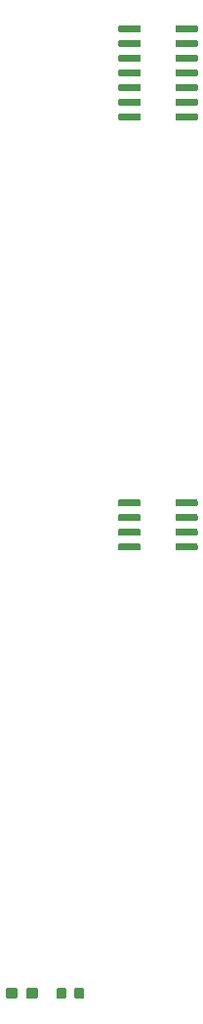
<source format=gtp>
G04 #@! TF.GenerationSoftware,KiCad,Pcbnew,(5.1.4)-1*
G04 #@! TF.CreationDate,2020-09-21T14:40:53+02:00*
G04 #@! TF.ProjectId,triggerbox,74726967-6765-4726-926f-782e6b696361,rev?*
G04 #@! TF.SameCoordinates,Original*
G04 #@! TF.FileFunction,Paste,Top*
G04 #@! TF.FilePolarity,Positive*
%FSLAX46Y46*%
G04 Gerber Fmt 4.6, Leading zero omitted, Abs format (unit mm)*
G04 Created by KiCad (PCBNEW (5.1.4)-1) date 2020-09-21 14:40:53*
%MOMM*%
%LPD*%
G04 APERTURE LIST*
%ADD10C,0.150000*%
%ADD11C,0.600000*%
%ADD12C,0.875000*%
%ADD13C,0.950000*%
G04 APERTURE END LIST*
D10*
G36*
X75814703Y-109195722D02*
G01*
X75829264Y-109197882D01*
X75843543Y-109201459D01*
X75857403Y-109206418D01*
X75870710Y-109212712D01*
X75883336Y-109220280D01*
X75895159Y-109229048D01*
X75906066Y-109238934D01*
X75915952Y-109249841D01*
X75924720Y-109261664D01*
X75932288Y-109274290D01*
X75938582Y-109287597D01*
X75943541Y-109301457D01*
X75947118Y-109315736D01*
X75949278Y-109330297D01*
X75950000Y-109345000D01*
X75950000Y-109645000D01*
X75949278Y-109659703D01*
X75947118Y-109674264D01*
X75943541Y-109688543D01*
X75938582Y-109702403D01*
X75932288Y-109715710D01*
X75924720Y-109728336D01*
X75915952Y-109740159D01*
X75906066Y-109751066D01*
X75895159Y-109760952D01*
X75883336Y-109769720D01*
X75870710Y-109777288D01*
X75857403Y-109783582D01*
X75843543Y-109788541D01*
X75829264Y-109792118D01*
X75814703Y-109794278D01*
X75800000Y-109795000D01*
X74150000Y-109795000D01*
X74135297Y-109794278D01*
X74120736Y-109792118D01*
X74106457Y-109788541D01*
X74092597Y-109783582D01*
X74079290Y-109777288D01*
X74066664Y-109769720D01*
X74054841Y-109760952D01*
X74043934Y-109751066D01*
X74034048Y-109740159D01*
X74025280Y-109728336D01*
X74017712Y-109715710D01*
X74011418Y-109702403D01*
X74006459Y-109688543D01*
X74002882Y-109674264D01*
X74000722Y-109659703D01*
X74000000Y-109645000D01*
X74000000Y-109345000D01*
X74000722Y-109330297D01*
X74002882Y-109315736D01*
X74006459Y-109301457D01*
X74011418Y-109287597D01*
X74017712Y-109274290D01*
X74025280Y-109261664D01*
X74034048Y-109249841D01*
X74043934Y-109238934D01*
X74054841Y-109229048D01*
X74066664Y-109220280D01*
X74079290Y-109212712D01*
X74092597Y-109206418D01*
X74106457Y-109201459D01*
X74120736Y-109197882D01*
X74135297Y-109195722D01*
X74150000Y-109195000D01*
X75800000Y-109195000D01*
X75814703Y-109195722D01*
X75814703Y-109195722D01*
G37*
D11*
X74975000Y-109495000D03*
D10*
G36*
X75814703Y-110465722D02*
G01*
X75829264Y-110467882D01*
X75843543Y-110471459D01*
X75857403Y-110476418D01*
X75870710Y-110482712D01*
X75883336Y-110490280D01*
X75895159Y-110499048D01*
X75906066Y-110508934D01*
X75915952Y-110519841D01*
X75924720Y-110531664D01*
X75932288Y-110544290D01*
X75938582Y-110557597D01*
X75943541Y-110571457D01*
X75947118Y-110585736D01*
X75949278Y-110600297D01*
X75950000Y-110615000D01*
X75950000Y-110915000D01*
X75949278Y-110929703D01*
X75947118Y-110944264D01*
X75943541Y-110958543D01*
X75938582Y-110972403D01*
X75932288Y-110985710D01*
X75924720Y-110998336D01*
X75915952Y-111010159D01*
X75906066Y-111021066D01*
X75895159Y-111030952D01*
X75883336Y-111039720D01*
X75870710Y-111047288D01*
X75857403Y-111053582D01*
X75843543Y-111058541D01*
X75829264Y-111062118D01*
X75814703Y-111064278D01*
X75800000Y-111065000D01*
X74150000Y-111065000D01*
X74135297Y-111064278D01*
X74120736Y-111062118D01*
X74106457Y-111058541D01*
X74092597Y-111053582D01*
X74079290Y-111047288D01*
X74066664Y-111039720D01*
X74054841Y-111030952D01*
X74043934Y-111021066D01*
X74034048Y-111010159D01*
X74025280Y-110998336D01*
X74017712Y-110985710D01*
X74011418Y-110972403D01*
X74006459Y-110958543D01*
X74002882Y-110944264D01*
X74000722Y-110929703D01*
X74000000Y-110915000D01*
X74000000Y-110615000D01*
X74000722Y-110600297D01*
X74002882Y-110585736D01*
X74006459Y-110571457D01*
X74011418Y-110557597D01*
X74017712Y-110544290D01*
X74025280Y-110531664D01*
X74034048Y-110519841D01*
X74043934Y-110508934D01*
X74054841Y-110499048D01*
X74066664Y-110490280D01*
X74079290Y-110482712D01*
X74092597Y-110476418D01*
X74106457Y-110471459D01*
X74120736Y-110467882D01*
X74135297Y-110465722D01*
X74150000Y-110465000D01*
X75800000Y-110465000D01*
X75814703Y-110465722D01*
X75814703Y-110465722D01*
G37*
D11*
X74975000Y-110765000D03*
D10*
G36*
X75814703Y-111735722D02*
G01*
X75829264Y-111737882D01*
X75843543Y-111741459D01*
X75857403Y-111746418D01*
X75870710Y-111752712D01*
X75883336Y-111760280D01*
X75895159Y-111769048D01*
X75906066Y-111778934D01*
X75915952Y-111789841D01*
X75924720Y-111801664D01*
X75932288Y-111814290D01*
X75938582Y-111827597D01*
X75943541Y-111841457D01*
X75947118Y-111855736D01*
X75949278Y-111870297D01*
X75950000Y-111885000D01*
X75950000Y-112185000D01*
X75949278Y-112199703D01*
X75947118Y-112214264D01*
X75943541Y-112228543D01*
X75938582Y-112242403D01*
X75932288Y-112255710D01*
X75924720Y-112268336D01*
X75915952Y-112280159D01*
X75906066Y-112291066D01*
X75895159Y-112300952D01*
X75883336Y-112309720D01*
X75870710Y-112317288D01*
X75857403Y-112323582D01*
X75843543Y-112328541D01*
X75829264Y-112332118D01*
X75814703Y-112334278D01*
X75800000Y-112335000D01*
X74150000Y-112335000D01*
X74135297Y-112334278D01*
X74120736Y-112332118D01*
X74106457Y-112328541D01*
X74092597Y-112323582D01*
X74079290Y-112317288D01*
X74066664Y-112309720D01*
X74054841Y-112300952D01*
X74043934Y-112291066D01*
X74034048Y-112280159D01*
X74025280Y-112268336D01*
X74017712Y-112255710D01*
X74011418Y-112242403D01*
X74006459Y-112228543D01*
X74002882Y-112214264D01*
X74000722Y-112199703D01*
X74000000Y-112185000D01*
X74000000Y-111885000D01*
X74000722Y-111870297D01*
X74002882Y-111855736D01*
X74006459Y-111841457D01*
X74011418Y-111827597D01*
X74017712Y-111814290D01*
X74025280Y-111801664D01*
X74034048Y-111789841D01*
X74043934Y-111778934D01*
X74054841Y-111769048D01*
X74066664Y-111760280D01*
X74079290Y-111752712D01*
X74092597Y-111746418D01*
X74106457Y-111741459D01*
X74120736Y-111737882D01*
X74135297Y-111735722D01*
X74150000Y-111735000D01*
X75800000Y-111735000D01*
X75814703Y-111735722D01*
X75814703Y-111735722D01*
G37*
D11*
X74975000Y-112035000D03*
D10*
G36*
X75814703Y-113005722D02*
G01*
X75829264Y-113007882D01*
X75843543Y-113011459D01*
X75857403Y-113016418D01*
X75870710Y-113022712D01*
X75883336Y-113030280D01*
X75895159Y-113039048D01*
X75906066Y-113048934D01*
X75915952Y-113059841D01*
X75924720Y-113071664D01*
X75932288Y-113084290D01*
X75938582Y-113097597D01*
X75943541Y-113111457D01*
X75947118Y-113125736D01*
X75949278Y-113140297D01*
X75950000Y-113155000D01*
X75950000Y-113455000D01*
X75949278Y-113469703D01*
X75947118Y-113484264D01*
X75943541Y-113498543D01*
X75938582Y-113512403D01*
X75932288Y-113525710D01*
X75924720Y-113538336D01*
X75915952Y-113550159D01*
X75906066Y-113561066D01*
X75895159Y-113570952D01*
X75883336Y-113579720D01*
X75870710Y-113587288D01*
X75857403Y-113593582D01*
X75843543Y-113598541D01*
X75829264Y-113602118D01*
X75814703Y-113604278D01*
X75800000Y-113605000D01*
X74150000Y-113605000D01*
X74135297Y-113604278D01*
X74120736Y-113602118D01*
X74106457Y-113598541D01*
X74092597Y-113593582D01*
X74079290Y-113587288D01*
X74066664Y-113579720D01*
X74054841Y-113570952D01*
X74043934Y-113561066D01*
X74034048Y-113550159D01*
X74025280Y-113538336D01*
X74017712Y-113525710D01*
X74011418Y-113512403D01*
X74006459Y-113498543D01*
X74002882Y-113484264D01*
X74000722Y-113469703D01*
X74000000Y-113455000D01*
X74000000Y-113155000D01*
X74000722Y-113140297D01*
X74002882Y-113125736D01*
X74006459Y-113111457D01*
X74011418Y-113097597D01*
X74017712Y-113084290D01*
X74025280Y-113071664D01*
X74034048Y-113059841D01*
X74043934Y-113048934D01*
X74054841Y-113039048D01*
X74066664Y-113030280D01*
X74079290Y-113022712D01*
X74092597Y-113016418D01*
X74106457Y-113011459D01*
X74120736Y-113007882D01*
X74135297Y-113005722D01*
X74150000Y-113005000D01*
X75800000Y-113005000D01*
X75814703Y-113005722D01*
X75814703Y-113005722D01*
G37*
D11*
X74975000Y-113305000D03*
D10*
G36*
X70864703Y-113005722D02*
G01*
X70879264Y-113007882D01*
X70893543Y-113011459D01*
X70907403Y-113016418D01*
X70920710Y-113022712D01*
X70933336Y-113030280D01*
X70945159Y-113039048D01*
X70956066Y-113048934D01*
X70965952Y-113059841D01*
X70974720Y-113071664D01*
X70982288Y-113084290D01*
X70988582Y-113097597D01*
X70993541Y-113111457D01*
X70997118Y-113125736D01*
X70999278Y-113140297D01*
X71000000Y-113155000D01*
X71000000Y-113455000D01*
X70999278Y-113469703D01*
X70997118Y-113484264D01*
X70993541Y-113498543D01*
X70988582Y-113512403D01*
X70982288Y-113525710D01*
X70974720Y-113538336D01*
X70965952Y-113550159D01*
X70956066Y-113561066D01*
X70945159Y-113570952D01*
X70933336Y-113579720D01*
X70920710Y-113587288D01*
X70907403Y-113593582D01*
X70893543Y-113598541D01*
X70879264Y-113602118D01*
X70864703Y-113604278D01*
X70850000Y-113605000D01*
X69200000Y-113605000D01*
X69185297Y-113604278D01*
X69170736Y-113602118D01*
X69156457Y-113598541D01*
X69142597Y-113593582D01*
X69129290Y-113587288D01*
X69116664Y-113579720D01*
X69104841Y-113570952D01*
X69093934Y-113561066D01*
X69084048Y-113550159D01*
X69075280Y-113538336D01*
X69067712Y-113525710D01*
X69061418Y-113512403D01*
X69056459Y-113498543D01*
X69052882Y-113484264D01*
X69050722Y-113469703D01*
X69050000Y-113455000D01*
X69050000Y-113155000D01*
X69050722Y-113140297D01*
X69052882Y-113125736D01*
X69056459Y-113111457D01*
X69061418Y-113097597D01*
X69067712Y-113084290D01*
X69075280Y-113071664D01*
X69084048Y-113059841D01*
X69093934Y-113048934D01*
X69104841Y-113039048D01*
X69116664Y-113030280D01*
X69129290Y-113022712D01*
X69142597Y-113016418D01*
X69156457Y-113011459D01*
X69170736Y-113007882D01*
X69185297Y-113005722D01*
X69200000Y-113005000D01*
X70850000Y-113005000D01*
X70864703Y-113005722D01*
X70864703Y-113005722D01*
G37*
D11*
X70025000Y-113305000D03*
D10*
G36*
X70864703Y-111735722D02*
G01*
X70879264Y-111737882D01*
X70893543Y-111741459D01*
X70907403Y-111746418D01*
X70920710Y-111752712D01*
X70933336Y-111760280D01*
X70945159Y-111769048D01*
X70956066Y-111778934D01*
X70965952Y-111789841D01*
X70974720Y-111801664D01*
X70982288Y-111814290D01*
X70988582Y-111827597D01*
X70993541Y-111841457D01*
X70997118Y-111855736D01*
X70999278Y-111870297D01*
X71000000Y-111885000D01*
X71000000Y-112185000D01*
X70999278Y-112199703D01*
X70997118Y-112214264D01*
X70993541Y-112228543D01*
X70988582Y-112242403D01*
X70982288Y-112255710D01*
X70974720Y-112268336D01*
X70965952Y-112280159D01*
X70956066Y-112291066D01*
X70945159Y-112300952D01*
X70933336Y-112309720D01*
X70920710Y-112317288D01*
X70907403Y-112323582D01*
X70893543Y-112328541D01*
X70879264Y-112332118D01*
X70864703Y-112334278D01*
X70850000Y-112335000D01*
X69200000Y-112335000D01*
X69185297Y-112334278D01*
X69170736Y-112332118D01*
X69156457Y-112328541D01*
X69142597Y-112323582D01*
X69129290Y-112317288D01*
X69116664Y-112309720D01*
X69104841Y-112300952D01*
X69093934Y-112291066D01*
X69084048Y-112280159D01*
X69075280Y-112268336D01*
X69067712Y-112255710D01*
X69061418Y-112242403D01*
X69056459Y-112228543D01*
X69052882Y-112214264D01*
X69050722Y-112199703D01*
X69050000Y-112185000D01*
X69050000Y-111885000D01*
X69050722Y-111870297D01*
X69052882Y-111855736D01*
X69056459Y-111841457D01*
X69061418Y-111827597D01*
X69067712Y-111814290D01*
X69075280Y-111801664D01*
X69084048Y-111789841D01*
X69093934Y-111778934D01*
X69104841Y-111769048D01*
X69116664Y-111760280D01*
X69129290Y-111752712D01*
X69142597Y-111746418D01*
X69156457Y-111741459D01*
X69170736Y-111737882D01*
X69185297Y-111735722D01*
X69200000Y-111735000D01*
X70850000Y-111735000D01*
X70864703Y-111735722D01*
X70864703Y-111735722D01*
G37*
D11*
X70025000Y-112035000D03*
D10*
G36*
X70864703Y-110465722D02*
G01*
X70879264Y-110467882D01*
X70893543Y-110471459D01*
X70907403Y-110476418D01*
X70920710Y-110482712D01*
X70933336Y-110490280D01*
X70945159Y-110499048D01*
X70956066Y-110508934D01*
X70965952Y-110519841D01*
X70974720Y-110531664D01*
X70982288Y-110544290D01*
X70988582Y-110557597D01*
X70993541Y-110571457D01*
X70997118Y-110585736D01*
X70999278Y-110600297D01*
X71000000Y-110615000D01*
X71000000Y-110915000D01*
X70999278Y-110929703D01*
X70997118Y-110944264D01*
X70993541Y-110958543D01*
X70988582Y-110972403D01*
X70982288Y-110985710D01*
X70974720Y-110998336D01*
X70965952Y-111010159D01*
X70956066Y-111021066D01*
X70945159Y-111030952D01*
X70933336Y-111039720D01*
X70920710Y-111047288D01*
X70907403Y-111053582D01*
X70893543Y-111058541D01*
X70879264Y-111062118D01*
X70864703Y-111064278D01*
X70850000Y-111065000D01*
X69200000Y-111065000D01*
X69185297Y-111064278D01*
X69170736Y-111062118D01*
X69156457Y-111058541D01*
X69142597Y-111053582D01*
X69129290Y-111047288D01*
X69116664Y-111039720D01*
X69104841Y-111030952D01*
X69093934Y-111021066D01*
X69084048Y-111010159D01*
X69075280Y-110998336D01*
X69067712Y-110985710D01*
X69061418Y-110972403D01*
X69056459Y-110958543D01*
X69052882Y-110944264D01*
X69050722Y-110929703D01*
X69050000Y-110915000D01*
X69050000Y-110615000D01*
X69050722Y-110600297D01*
X69052882Y-110585736D01*
X69056459Y-110571457D01*
X69061418Y-110557597D01*
X69067712Y-110544290D01*
X69075280Y-110531664D01*
X69084048Y-110519841D01*
X69093934Y-110508934D01*
X69104841Y-110499048D01*
X69116664Y-110490280D01*
X69129290Y-110482712D01*
X69142597Y-110476418D01*
X69156457Y-110471459D01*
X69170736Y-110467882D01*
X69185297Y-110465722D01*
X69200000Y-110465000D01*
X70850000Y-110465000D01*
X70864703Y-110465722D01*
X70864703Y-110465722D01*
G37*
D11*
X70025000Y-110765000D03*
D10*
G36*
X70864703Y-109195722D02*
G01*
X70879264Y-109197882D01*
X70893543Y-109201459D01*
X70907403Y-109206418D01*
X70920710Y-109212712D01*
X70933336Y-109220280D01*
X70945159Y-109229048D01*
X70956066Y-109238934D01*
X70965952Y-109249841D01*
X70974720Y-109261664D01*
X70982288Y-109274290D01*
X70988582Y-109287597D01*
X70993541Y-109301457D01*
X70997118Y-109315736D01*
X70999278Y-109330297D01*
X71000000Y-109345000D01*
X71000000Y-109645000D01*
X70999278Y-109659703D01*
X70997118Y-109674264D01*
X70993541Y-109688543D01*
X70988582Y-109702403D01*
X70982288Y-109715710D01*
X70974720Y-109728336D01*
X70965952Y-109740159D01*
X70956066Y-109751066D01*
X70945159Y-109760952D01*
X70933336Y-109769720D01*
X70920710Y-109777288D01*
X70907403Y-109783582D01*
X70893543Y-109788541D01*
X70879264Y-109792118D01*
X70864703Y-109794278D01*
X70850000Y-109795000D01*
X69200000Y-109795000D01*
X69185297Y-109794278D01*
X69170736Y-109792118D01*
X69156457Y-109788541D01*
X69142597Y-109783582D01*
X69129290Y-109777288D01*
X69116664Y-109769720D01*
X69104841Y-109760952D01*
X69093934Y-109751066D01*
X69084048Y-109740159D01*
X69075280Y-109728336D01*
X69067712Y-109715710D01*
X69061418Y-109702403D01*
X69056459Y-109688543D01*
X69052882Y-109674264D01*
X69050722Y-109659703D01*
X69050000Y-109645000D01*
X69050000Y-109345000D01*
X69050722Y-109330297D01*
X69052882Y-109315736D01*
X69056459Y-109301457D01*
X69061418Y-109287597D01*
X69067712Y-109274290D01*
X69075280Y-109261664D01*
X69084048Y-109249841D01*
X69093934Y-109238934D01*
X69104841Y-109229048D01*
X69116664Y-109220280D01*
X69129290Y-109212712D01*
X69142597Y-109206418D01*
X69156457Y-109201459D01*
X69170736Y-109197882D01*
X69185297Y-109195722D01*
X69200000Y-109195000D01*
X70850000Y-109195000D01*
X70864703Y-109195722D01*
X70864703Y-109195722D01*
G37*
D11*
X70025000Y-109495000D03*
D10*
G36*
X75814703Y-75810722D02*
G01*
X75829264Y-75812882D01*
X75843543Y-75816459D01*
X75857403Y-75821418D01*
X75870710Y-75827712D01*
X75883336Y-75835280D01*
X75895159Y-75844048D01*
X75906066Y-75853934D01*
X75915952Y-75864841D01*
X75924720Y-75876664D01*
X75932288Y-75889290D01*
X75938582Y-75902597D01*
X75943541Y-75916457D01*
X75947118Y-75930736D01*
X75949278Y-75945297D01*
X75950000Y-75960000D01*
X75950000Y-76260000D01*
X75949278Y-76274703D01*
X75947118Y-76289264D01*
X75943541Y-76303543D01*
X75938582Y-76317403D01*
X75932288Y-76330710D01*
X75924720Y-76343336D01*
X75915952Y-76355159D01*
X75906066Y-76366066D01*
X75895159Y-76375952D01*
X75883336Y-76384720D01*
X75870710Y-76392288D01*
X75857403Y-76398582D01*
X75843543Y-76403541D01*
X75829264Y-76407118D01*
X75814703Y-76409278D01*
X75800000Y-76410000D01*
X74150000Y-76410000D01*
X74135297Y-76409278D01*
X74120736Y-76407118D01*
X74106457Y-76403541D01*
X74092597Y-76398582D01*
X74079290Y-76392288D01*
X74066664Y-76384720D01*
X74054841Y-76375952D01*
X74043934Y-76366066D01*
X74034048Y-76355159D01*
X74025280Y-76343336D01*
X74017712Y-76330710D01*
X74011418Y-76317403D01*
X74006459Y-76303543D01*
X74002882Y-76289264D01*
X74000722Y-76274703D01*
X74000000Y-76260000D01*
X74000000Y-75960000D01*
X74000722Y-75945297D01*
X74002882Y-75930736D01*
X74006459Y-75916457D01*
X74011418Y-75902597D01*
X74017712Y-75889290D01*
X74025280Y-75876664D01*
X74034048Y-75864841D01*
X74043934Y-75853934D01*
X74054841Y-75844048D01*
X74066664Y-75835280D01*
X74079290Y-75827712D01*
X74092597Y-75821418D01*
X74106457Y-75816459D01*
X74120736Y-75812882D01*
X74135297Y-75810722D01*
X74150000Y-75810000D01*
X75800000Y-75810000D01*
X75814703Y-75810722D01*
X75814703Y-75810722D01*
G37*
D11*
X74975000Y-76110000D03*
D10*
G36*
X75814703Y-74540722D02*
G01*
X75829264Y-74542882D01*
X75843543Y-74546459D01*
X75857403Y-74551418D01*
X75870710Y-74557712D01*
X75883336Y-74565280D01*
X75895159Y-74574048D01*
X75906066Y-74583934D01*
X75915952Y-74594841D01*
X75924720Y-74606664D01*
X75932288Y-74619290D01*
X75938582Y-74632597D01*
X75943541Y-74646457D01*
X75947118Y-74660736D01*
X75949278Y-74675297D01*
X75950000Y-74690000D01*
X75950000Y-74990000D01*
X75949278Y-75004703D01*
X75947118Y-75019264D01*
X75943541Y-75033543D01*
X75938582Y-75047403D01*
X75932288Y-75060710D01*
X75924720Y-75073336D01*
X75915952Y-75085159D01*
X75906066Y-75096066D01*
X75895159Y-75105952D01*
X75883336Y-75114720D01*
X75870710Y-75122288D01*
X75857403Y-75128582D01*
X75843543Y-75133541D01*
X75829264Y-75137118D01*
X75814703Y-75139278D01*
X75800000Y-75140000D01*
X74150000Y-75140000D01*
X74135297Y-75139278D01*
X74120736Y-75137118D01*
X74106457Y-75133541D01*
X74092597Y-75128582D01*
X74079290Y-75122288D01*
X74066664Y-75114720D01*
X74054841Y-75105952D01*
X74043934Y-75096066D01*
X74034048Y-75085159D01*
X74025280Y-75073336D01*
X74017712Y-75060710D01*
X74011418Y-75047403D01*
X74006459Y-75033543D01*
X74002882Y-75019264D01*
X74000722Y-75004703D01*
X74000000Y-74990000D01*
X74000000Y-74690000D01*
X74000722Y-74675297D01*
X74002882Y-74660736D01*
X74006459Y-74646457D01*
X74011418Y-74632597D01*
X74017712Y-74619290D01*
X74025280Y-74606664D01*
X74034048Y-74594841D01*
X74043934Y-74583934D01*
X74054841Y-74574048D01*
X74066664Y-74565280D01*
X74079290Y-74557712D01*
X74092597Y-74551418D01*
X74106457Y-74546459D01*
X74120736Y-74542882D01*
X74135297Y-74540722D01*
X74150000Y-74540000D01*
X75800000Y-74540000D01*
X75814703Y-74540722D01*
X75814703Y-74540722D01*
G37*
D11*
X74975000Y-74840000D03*
D10*
G36*
X75814703Y-73270722D02*
G01*
X75829264Y-73272882D01*
X75843543Y-73276459D01*
X75857403Y-73281418D01*
X75870710Y-73287712D01*
X75883336Y-73295280D01*
X75895159Y-73304048D01*
X75906066Y-73313934D01*
X75915952Y-73324841D01*
X75924720Y-73336664D01*
X75932288Y-73349290D01*
X75938582Y-73362597D01*
X75943541Y-73376457D01*
X75947118Y-73390736D01*
X75949278Y-73405297D01*
X75950000Y-73420000D01*
X75950000Y-73720000D01*
X75949278Y-73734703D01*
X75947118Y-73749264D01*
X75943541Y-73763543D01*
X75938582Y-73777403D01*
X75932288Y-73790710D01*
X75924720Y-73803336D01*
X75915952Y-73815159D01*
X75906066Y-73826066D01*
X75895159Y-73835952D01*
X75883336Y-73844720D01*
X75870710Y-73852288D01*
X75857403Y-73858582D01*
X75843543Y-73863541D01*
X75829264Y-73867118D01*
X75814703Y-73869278D01*
X75800000Y-73870000D01*
X74150000Y-73870000D01*
X74135297Y-73869278D01*
X74120736Y-73867118D01*
X74106457Y-73863541D01*
X74092597Y-73858582D01*
X74079290Y-73852288D01*
X74066664Y-73844720D01*
X74054841Y-73835952D01*
X74043934Y-73826066D01*
X74034048Y-73815159D01*
X74025280Y-73803336D01*
X74017712Y-73790710D01*
X74011418Y-73777403D01*
X74006459Y-73763543D01*
X74002882Y-73749264D01*
X74000722Y-73734703D01*
X74000000Y-73720000D01*
X74000000Y-73420000D01*
X74000722Y-73405297D01*
X74002882Y-73390736D01*
X74006459Y-73376457D01*
X74011418Y-73362597D01*
X74017712Y-73349290D01*
X74025280Y-73336664D01*
X74034048Y-73324841D01*
X74043934Y-73313934D01*
X74054841Y-73304048D01*
X74066664Y-73295280D01*
X74079290Y-73287712D01*
X74092597Y-73281418D01*
X74106457Y-73276459D01*
X74120736Y-73272882D01*
X74135297Y-73270722D01*
X74150000Y-73270000D01*
X75800000Y-73270000D01*
X75814703Y-73270722D01*
X75814703Y-73270722D01*
G37*
D11*
X74975000Y-73570000D03*
D10*
G36*
X75814703Y-72000722D02*
G01*
X75829264Y-72002882D01*
X75843543Y-72006459D01*
X75857403Y-72011418D01*
X75870710Y-72017712D01*
X75883336Y-72025280D01*
X75895159Y-72034048D01*
X75906066Y-72043934D01*
X75915952Y-72054841D01*
X75924720Y-72066664D01*
X75932288Y-72079290D01*
X75938582Y-72092597D01*
X75943541Y-72106457D01*
X75947118Y-72120736D01*
X75949278Y-72135297D01*
X75950000Y-72150000D01*
X75950000Y-72450000D01*
X75949278Y-72464703D01*
X75947118Y-72479264D01*
X75943541Y-72493543D01*
X75938582Y-72507403D01*
X75932288Y-72520710D01*
X75924720Y-72533336D01*
X75915952Y-72545159D01*
X75906066Y-72556066D01*
X75895159Y-72565952D01*
X75883336Y-72574720D01*
X75870710Y-72582288D01*
X75857403Y-72588582D01*
X75843543Y-72593541D01*
X75829264Y-72597118D01*
X75814703Y-72599278D01*
X75800000Y-72600000D01*
X74150000Y-72600000D01*
X74135297Y-72599278D01*
X74120736Y-72597118D01*
X74106457Y-72593541D01*
X74092597Y-72588582D01*
X74079290Y-72582288D01*
X74066664Y-72574720D01*
X74054841Y-72565952D01*
X74043934Y-72556066D01*
X74034048Y-72545159D01*
X74025280Y-72533336D01*
X74017712Y-72520710D01*
X74011418Y-72507403D01*
X74006459Y-72493543D01*
X74002882Y-72479264D01*
X74000722Y-72464703D01*
X74000000Y-72450000D01*
X74000000Y-72150000D01*
X74000722Y-72135297D01*
X74002882Y-72120736D01*
X74006459Y-72106457D01*
X74011418Y-72092597D01*
X74017712Y-72079290D01*
X74025280Y-72066664D01*
X74034048Y-72054841D01*
X74043934Y-72043934D01*
X74054841Y-72034048D01*
X74066664Y-72025280D01*
X74079290Y-72017712D01*
X74092597Y-72011418D01*
X74106457Y-72006459D01*
X74120736Y-72002882D01*
X74135297Y-72000722D01*
X74150000Y-72000000D01*
X75800000Y-72000000D01*
X75814703Y-72000722D01*
X75814703Y-72000722D01*
G37*
D11*
X74975000Y-72300000D03*
D10*
G36*
X75814703Y-70730722D02*
G01*
X75829264Y-70732882D01*
X75843543Y-70736459D01*
X75857403Y-70741418D01*
X75870710Y-70747712D01*
X75883336Y-70755280D01*
X75895159Y-70764048D01*
X75906066Y-70773934D01*
X75915952Y-70784841D01*
X75924720Y-70796664D01*
X75932288Y-70809290D01*
X75938582Y-70822597D01*
X75943541Y-70836457D01*
X75947118Y-70850736D01*
X75949278Y-70865297D01*
X75950000Y-70880000D01*
X75950000Y-71180000D01*
X75949278Y-71194703D01*
X75947118Y-71209264D01*
X75943541Y-71223543D01*
X75938582Y-71237403D01*
X75932288Y-71250710D01*
X75924720Y-71263336D01*
X75915952Y-71275159D01*
X75906066Y-71286066D01*
X75895159Y-71295952D01*
X75883336Y-71304720D01*
X75870710Y-71312288D01*
X75857403Y-71318582D01*
X75843543Y-71323541D01*
X75829264Y-71327118D01*
X75814703Y-71329278D01*
X75800000Y-71330000D01*
X74150000Y-71330000D01*
X74135297Y-71329278D01*
X74120736Y-71327118D01*
X74106457Y-71323541D01*
X74092597Y-71318582D01*
X74079290Y-71312288D01*
X74066664Y-71304720D01*
X74054841Y-71295952D01*
X74043934Y-71286066D01*
X74034048Y-71275159D01*
X74025280Y-71263336D01*
X74017712Y-71250710D01*
X74011418Y-71237403D01*
X74006459Y-71223543D01*
X74002882Y-71209264D01*
X74000722Y-71194703D01*
X74000000Y-71180000D01*
X74000000Y-70880000D01*
X74000722Y-70865297D01*
X74002882Y-70850736D01*
X74006459Y-70836457D01*
X74011418Y-70822597D01*
X74017712Y-70809290D01*
X74025280Y-70796664D01*
X74034048Y-70784841D01*
X74043934Y-70773934D01*
X74054841Y-70764048D01*
X74066664Y-70755280D01*
X74079290Y-70747712D01*
X74092597Y-70741418D01*
X74106457Y-70736459D01*
X74120736Y-70732882D01*
X74135297Y-70730722D01*
X74150000Y-70730000D01*
X75800000Y-70730000D01*
X75814703Y-70730722D01*
X75814703Y-70730722D01*
G37*
D11*
X74975000Y-71030000D03*
D10*
G36*
X75814703Y-69460722D02*
G01*
X75829264Y-69462882D01*
X75843543Y-69466459D01*
X75857403Y-69471418D01*
X75870710Y-69477712D01*
X75883336Y-69485280D01*
X75895159Y-69494048D01*
X75906066Y-69503934D01*
X75915952Y-69514841D01*
X75924720Y-69526664D01*
X75932288Y-69539290D01*
X75938582Y-69552597D01*
X75943541Y-69566457D01*
X75947118Y-69580736D01*
X75949278Y-69595297D01*
X75950000Y-69610000D01*
X75950000Y-69910000D01*
X75949278Y-69924703D01*
X75947118Y-69939264D01*
X75943541Y-69953543D01*
X75938582Y-69967403D01*
X75932288Y-69980710D01*
X75924720Y-69993336D01*
X75915952Y-70005159D01*
X75906066Y-70016066D01*
X75895159Y-70025952D01*
X75883336Y-70034720D01*
X75870710Y-70042288D01*
X75857403Y-70048582D01*
X75843543Y-70053541D01*
X75829264Y-70057118D01*
X75814703Y-70059278D01*
X75800000Y-70060000D01*
X74150000Y-70060000D01*
X74135297Y-70059278D01*
X74120736Y-70057118D01*
X74106457Y-70053541D01*
X74092597Y-70048582D01*
X74079290Y-70042288D01*
X74066664Y-70034720D01*
X74054841Y-70025952D01*
X74043934Y-70016066D01*
X74034048Y-70005159D01*
X74025280Y-69993336D01*
X74017712Y-69980710D01*
X74011418Y-69967403D01*
X74006459Y-69953543D01*
X74002882Y-69939264D01*
X74000722Y-69924703D01*
X74000000Y-69910000D01*
X74000000Y-69610000D01*
X74000722Y-69595297D01*
X74002882Y-69580736D01*
X74006459Y-69566457D01*
X74011418Y-69552597D01*
X74017712Y-69539290D01*
X74025280Y-69526664D01*
X74034048Y-69514841D01*
X74043934Y-69503934D01*
X74054841Y-69494048D01*
X74066664Y-69485280D01*
X74079290Y-69477712D01*
X74092597Y-69471418D01*
X74106457Y-69466459D01*
X74120736Y-69462882D01*
X74135297Y-69460722D01*
X74150000Y-69460000D01*
X75800000Y-69460000D01*
X75814703Y-69460722D01*
X75814703Y-69460722D01*
G37*
D11*
X74975000Y-69760000D03*
D10*
G36*
X75814703Y-68190722D02*
G01*
X75829264Y-68192882D01*
X75843543Y-68196459D01*
X75857403Y-68201418D01*
X75870710Y-68207712D01*
X75883336Y-68215280D01*
X75895159Y-68224048D01*
X75906066Y-68233934D01*
X75915952Y-68244841D01*
X75924720Y-68256664D01*
X75932288Y-68269290D01*
X75938582Y-68282597D01*
X75943541Y-68296457D01*
X75947118Y-68310736D01*
X75949278Y-68325297D01*
X75950000Y-68340000D01*
X75950000Y-68640000D01*
X75949278Y-68654703D01*
X75947118Y-68669264D01*
X75943541Y-68683543D01*
X75938582Y-68697403D01*
X75932288Y-68710710D01*
X75924720Y-68723336D01*
X75915952Y-68735159D01*
X75906066Y-68746066D01*
X75895159Y-68755952D01*
X75883336Y-68764720D01*
X75870710Y-68772288D01*
X75857403Y-68778582D01*
X75843543Y-68783541D01*
X75829264Y-68787118D01*
X75814703Y-68789278D01*
X75800000Y-68790000D01*
X74150000Y-68790000D01*
X74135297Y-68789278D01*
X74120736Y-68787118D01*
X74106457Y-68783541D01*
X74092597Y-68778582D01*
X74079290Y-68772288D01*
X74066664Y-68764720D01*
X74054841Y-68755952D01*
X74043934Y-68746066D01*
X74034048Y-68735159D01*
X74025280Y-68723336D01*
X74017712Y-68710710D01*
X74011418Y-68697403D01*
X74006459Y-68683543D01*
X74002882Y-68669264D01*
X74000722Y-68654703D01*
X74000000Y-68640000D01*
X74000000Y-68340000D01*
X74000722Y-68325297D01*
X74002882Y-68310736D01*
X74006459Y-68296457D01*
X74011418Y-68282597D01*
X74017712Y-68269290D01*
X74025280Y-68256664D01*
X74034048Y-68244841D01*
X74043934Y-68233934D01*
X74054841Y-68224048D01*
X74066664Y-68215280D01*
X74079290Y-68207712D01*
X74092597Y-68201418D01*
X74106457Y-68196459D01*
X74120736Y-68192882D01*
X74135297Y-68190722D01*
X74150000Y-68190000D01*
X75800000Y-68190000D01*
X75814703Y-68190722D01*
X75814703Y-68190722D01*
G37*
D11*
X74975000Y-68490000D03*
D10*
G36*
X70864703Y-68190722D02*
G01*
X70879264Y-68192882D01*
X70893543Y-68196459D01*
X70907403Y-68201418D01*
X70920710Y-68207712D01*
X70933336Y-68215280D01*
X70945159Y-68224048D01*
X70956066Y-68233934D01*
X70965952Y-68244841D01*
X70974720Y-68256664D01*
X70982288Y-68269290D01*
X70988582Y-68282597D01*
X70993541Y-68296457D01*
X70997118Y-68310736D01*
X70999278Y-68325297D01*
X71000000Y-68340000D01*
X71000000Y-68640000D01*
X70999278Y-68654703D01*
X70997118Y-68669264D01*
X70993541Y-68683543D01*
X70988582Y-68697403D01*
X70982288Y-68710710D01*
X70974720Y-68723336D01*
X70965952Y-68735159D01*
X70956066Y-68746066D01*
X70945159Y-68755952D01*
X70933336Y-68764720D01*
X70920710Y-68772288D01*
X70907403Y-68778582D01*
X70893543Y-68783541D01*
X70879264Y-68787118D01*
X70864703Y-68789278D01*
X70850000Y-68790000D01*
X69200000Y-68790000D01*
X69185297Y-68789278D01*
X69170736Y-68787118D01*
X69156457Y-68783541D01*
X69142597Y-68778582D01*
X69129290Y-68772288D01*
X69116664Y-68764720D01*
X69104841Y-68755952D01*
X69093934Y-68746066D01*
X69084048Y-68735159D01*
X69075280Y-68723336D01*
X69067712Y-68710710D01*
X69061418Y-68697403D01*
X69056459Y-68683543D01*
X69052882Y-68669264D01*
X69050722Y-68654703D01*
X69050000Y-68640000D01*
X69050000Y-68340000D01*
X69050722Y-68325297D01*
X69052882Y-68310736D01*
X69056459Y-68296457D01*
X69061418Y-68282597D01*
X69067712Y-68269290D01*
X69075280Y-68256664D01*
X69084048Y-68244841D01*
X69093934Y-68233934D01*
X69104841Y-68224048D01*
X69116664Y-68215280D01*
X69129290Y-68207712D01*
X69142597Y-68201418D01*
X69156457Y-68196459D01*
X69170736Y-68192882D01*
X69185297Y-68190722D01*
X69200000Y-68190000D01*
X70850000Y-68190000D01*
X70864703Y-68190722D01*
X70864703Y-68190722D01*
G37*
D11*
X70025000Y-68490000D03*
D10*
G36*
X70864703Y-69460722D02*
G01*
X70879264Y-69462882D01*
X70893543Y-69466459D01*
X70907403Y-69471418D01*
X70920710Y-69477712D01*
X70933336Y-69485280D01*
X70945159Y-69494048D01*
X70956066Y-69503934D01*
X70965952Y-69514841D01*
X70974720Y-69526664D01*
X70982288Y-69539290D01*
X70988582Y-69552597D01*
X70993541Y-69566457D01*
X70997118Y-69580736D01*
X70999278Y-69595297D01*
X71000000Y-69610000D01*
X71000000Y-69910000D01*
X70999278Y-69924703D01*
X70997118Y-69939264D01*
X70993541Y-69953543D01*
X70988582Y-69967403D01*
X70982288Y-69980710D01*
X70974720Y-69993336D01*
X70965952Y-70005159D01*
X70956066Y-70016066D01*
X70945159Y-70025952D01*
X70933336Y-70034720D01*
X70920710Y-70042288D01*
X70907403Y-70048582D01*
X70893543Y-70053541D01*
X70879264Y-70057118D01*
X70864703Y-70059278D01*
X70850000Y-70060000D01*
X69200000Y-70060000D01*
X69185297Y-70059278D01*
X69170736Y-70057118D01*
X69156457Y-70053541D01*
X69142597Y-70048582D01*
X69129290Y-70042288D01*
X69116664Y-70034720D01*
X69104841Y-70025952D01*
X69093934Y-70016066D01*
X69084048Y-70005159D01*
X69075280Y-69993336D01*
X69067712Y-69980710D01*
X69061418Y-69967403D01*
X69056459Y-69953543D01*
X69052882Y-69939264D01*
X69050722Y-69924703D01*
X69050000Y-69910000D01*
X69050000Y-69610000D01*
X69050722Y-69595297D01*
X69052882Y-69580736D01*
X69056459Y-69566457D01*
X69061418Y-69552597D01*
X69067712Y-69539290D01*
X69075280Y-69526664D01*
X69084048Y-69514841D01*
X69093934Y-69503934D01*
X69104841Y-69494048D01*
X69116664Y-69485280D01*
X69129290Y-69477712D01*
X69142597Y-69471418D01*
X69156457Y-69466459D01*
X69170736Y-69462882D01*
X69185297Y-69460722D01*
X69200000Y-69460000D01*
X70850000Y-69460000D01*
X70864703Y-69460722D01*
X70864703Y-69460722D01*
G37*
D11*
X70025000Y-69760000D03*
D10*
G36*
X70864703Y-70730722D02*
G01*
X70879264Y-70732882D01*
X70893543Y-70736459D01*
X70907403Y-70741418D01*
X70920710Y-70747712D01*
X70933336Y-70755280D01*
X70945159Y-70764048D01*
X70956066Y-70773934D01*
X70965952Y-70784841D01*
X70974720Y-70796664D01*
X70982288Y-70809290D01*
X70988582Y-70822597D01*
X70993541Y-70836457D01*
X70997118Y-70850736D01*
X70999278Y-70865297D01*
X71000000Y-70880000D01*
X71000000Y-71180000D01*
X70999278Y-71194703D01*
X70997118Y-71209264D01*
X70993541Y-71223543D01*
X70988582Y-71237403D01*
X70982288Y-71250710D01*
X70974720Y-71263336D01*
X70965952Y-71275159D01*
X70956066Y-71286066D01*
X70945159Y-71295952D01*
X70933336Y-71304720D01*
X70920710Y-71312288D01*
X70907403Y-71318582D01*
X70893543Y-71323541D01*
X70879264Y-71327118D01*
X70864703Y-71329278D01*
X70850000Y-71330000D01*
X69200000Y-71330000D01*
X69185297Y-71329278D01*
X69170736Y-71327118D01*
X69156457Y-71323541D01*
X69142597Y-71318582D01*
X69129290Y-71312288D01*
X69116664Y-71304720D01*
X69104841Y-71295952D01*
X69093934Y-71286066D01*
X69084048Y-71275159D01*
X69075280Y-71263336D01*
X69067712Y-71250710D01*
X69061418Y-71237403D01*
X69056459Y-71223543D01*
X69052882Y-71209264D01*
X69050722Y-71194703D01*
X69050000Y-71180000D01*
X69050000Y-70880000D01*
X69050722Y-70865297D01*
X69052882Y-70850736D01*
X69056459Y-70836457D01*
X69061418Y-70822597D01*
X69067712Y-70809290D01*
X69075280Y-70796664D01*
X69084048Y-70784841D01*
X69093934Y-70773934D01*
X69104841Y-70764048D01*
X69116664Y-70755280D01*
X69129290Y-70747712D01*
X69142597Y-70741418D01*
X69156457Y-70736459D01*
X69170736Y-70732882D01*
X69185297Y-70730722D01*
X69200000Y-70730000D01*
X70850000Y-70730000D01*
X70864703Y-70730722D01*
X70864703Y-70730722D01*
G37*
D11*
X70025000Y-71030000D03*
D10*
G36*
X70864703Y-72000722D02*
G01*
X70879264Y-72002882D01*
X70893543Y-72006459D01*
X70907403Y-72011418D01*
X70920710Y-72017712D01*
X70933336Y-72025280D01*
X70945159Y-72034048D01*
X70956066Y-72043934D01*
X70965952Y-72054841D01*
X70974720Y-72066664D01*
X70982288Y-72079290D01*
X70988582Y-72092597D01*
X70993541Y-72106457D01*
X70997118Y-72120736D01*
X70999278Y-72135297D01*
X71000000Y-72150000D01*
X71000000Y-72450000D01*
X70999278Y-72464703D01*
X70997118Y-72479264D01*
X70993541Y-72493543D01*
X70988582Y-72507403D01*
X70982288Y-72520710D01*
X70974720Y-72533336D01*
X70965952Y-72545159D01*
X70956066Y-72556066D01*
X70945159Y-72565952D01*
X70933336Y-72574720D01*
X70920710Y-72582288D01*
X70907403Y-72588582D01*
X70893543Y-72593541D01*
X70879264Y-72597118D01*
X70864703Y-72599278D01*
X70850000Y-72600000D01*
X69200000Y-72600000D01*
X69185297Y-72599278D01*
X69170736Y-72597118D01*
X69156457Y-72593541D01*
X69142597Y-72588582D01*
X69129290Y-72582288D01*
X69116664Y-72574720D01*
X69104841Y-72565952D01*
X69093934Y-72556066D01*
X69084048Y-72545159D01*
X69075280Y-72533336D01*
X69067712Y-72520710D01*
X69061418Y-72507403D01*
X69056459Y-72493543D01*
X69052882Y-72479264D01*
X69050722Y-72464703D01*
X69050000Y-72450000D01*
X69050000Y-72150000D01*
X69050722Y-72135297D01*
X69052882Y-72120736D01*
X69056459Y-72106457D01*
X69061418Y-72092597D01*
X69067712Y-72079290D01*
X69075280Y-72066664D01*
X69084048Y-72054841D01*
X69093934Y-72043934D01*
X69104841Y-72034048D01*
X69116664Y-72025280D01*
X69129290Y-72017712D01*
X69142597Y-72011418D01*
X69156457Y-72006459D01*
X69170736Y-72002882D01*
X69185297Y-72000722D01*
X69200000Y-72000000D01*
X70850000Y-72000000D01*
X70864703Y-72000722D01*
X70864703Y-72000722D01*
G37*
D11*
X70025000Y-72300000D03*
D10*
G36*
X70864703Y-73270722D02*
G01*
X70879264Y-73272882D01*
X70893543Y-73276459D01*
X70907403Y-73281418D01*
X70920710Y-73287712D01*
X70933336Y-73295280D01*
X70945159Y-73304048D01*
X70956066Y-73313934D01*
X70965952Y-73324841D01*
X70974720Y-73336664D01*
X70982288Y-73349290D01*
X70988582Y-73362597D01*
X70993541Y-73376457D01*
X70997118Y-73390736D01*
X70999278Y-73405297D01*
X71000000Y-73420000D01*
X71000000Y-73720000D01*
X70999278Y-73734703D01*
X70997118Y-73749264D01*
X70993541Y-73763543D01*
X70988582Y-73777403D01*
X70982288Y-73790710D01*
X70974720Y-73803336D01*
X70965952Y-73815159D01*
X70956066Y-73826066D01*
X70945159Y-73835952D01*
X70933336Y-73844720D01*
X70920710Y-73852288D01*
X70907403Y-73858582D01*
X70893543Y-73863541D01*
X70879264Y-73867118D01*
X70864703Y-73869278D01*
X70850000Y-73870000D01*
X69200000Y-73870000D01*
X69185297Y-73869278D01*
X69170736Y-73867118D01*
X69156457Y-73863541D01*
X69142597Y-73858582D01*
X69129290Y-73852288D01*
X69116664Y-73844720D01*
X69104841Y-73835952D01*
X69093934Y-73826066D01*
X69084048Y-73815159D01*
X69075280Y-73803336D01*
X69067712Y-73790710D01*
X69061418Y-73777403D01*
X69056459Y-73763543D01*
X69052882Y-73749264D01*
X69050722Y-73734703D01*
X69050000Y-73720000D01*
X69050000Y-73420000D01*
X69050722Y-73405297D01*
X69052882Y-73390736D01*
X69056459Y-73376457D01*
X69061418Y-73362597D01*
X69067712Y-73349290D01*
X69075280Y-73336664D01*
X69084048Y-73324841D01*
X69093934Y-73313934D01*
X69104841Y-73304048D01*
X69116664Y-73295280D01*
X69129290Y-73287712D01*
X69142597Y-73281418D01*
X69156457Y-73276459D01*
X69170736Y-73272882D01*
X69185297Y-73270722D01*
X69200000Y-73270000D01*
X70850000Y-73270000D01*
X70864703Y-73270722D01*
X70864703Y-73270722D01*
G37*
D11*
X70025000Y-73570000D03*
D10*
G36*
X70864703Y-74540722D02*
G01*
X70879264Y-74542882D01*
X70893543Y-74546459D01*
X70907403Y-74551418D01*
X70920710Y-74557712D01*
X70933336Y-74565280D01*
X70945159Y-74574048D01*
X70956066Y-74583934D01*
X70965952Y-74594841D01*
X70974720Y-74606664D01*
X70982288Y-74619290D01*
X70988582Y-74632597D01*
X70993541Y-74646457D01*
X70997118Y-74660736D01*
X70999278Y-74675297D01*
X71000000Y-74690000D01*
X71000000Y-74990000D01*
X70999278Y-75004703D01*
X70997118Y-75019264D01*
X70993541Y-75033543D01*
X70988582Y-75047403D01*
X70982288Y-75060710D01*
X70974720Y-75073336D01*
X70965952Y-75085159D01*
X70956066Y-75096066D01*
X70945159Y-75105952D01*
X70933336Y-75114720D01*
X70920710Y-75122288D01*
X70907403Y-75128582D01*
X70893543Y-75133541D01*
X70879264Y-75137118D01*
X70864703Y-75139278D01*
X70850000Y-75140000D01*
X69200000Y-75140000D01*
X69185297Y-75139278D01*
X69170736Y-75137118D01*
X69156457Y-75133541D01*
X69142597Y-75128582D01*
X69129290Y-75122288D01*
X69116664Y-75114720D01*
X69104841Y-75105952D01*
X69093934Y-75096066D01*
X69084048Y-75085159D01*
X69075280Y-75073336D01*
X69067712Y-75060710D01*
X69061418Y-75047403D01*
X69056459Y-75033543D01*
X69052882Y-75019264D01*
X69050722Y-75004703D01*
X69050000Y-74990000D01*
X69050000Y-74690000D01*
X69050722Y-74675297D01*
X69052882Y-74660736D01*
X69056459Y-74646457D01*
X69061418Y-74632597D01*
X69067712Y-74619290D01*
X69075280Y-74606664D01*
X69084048Y-74594841D01*
X69093934Y-74583934D01*
X69104841Y-74574048D01*
X69116664Y-74565280D01*
X69129290Y-74557712D01*
X69142597Y-74551418D01*
X69156457Y-74546459D01*
X69170736Y-74542882D01*
X69185297Y-74540722D01*
X69200000Y-74540000D01*
X70850000Y-74540000D01*
X70864703Y-74540722D01*
X70864703Y-74540722D01*
G37*
D11*
X70025000Y-74840000D03*
D10*
G36*
X70864703Y-75810722D02*
G01*
X70879264Y-75812882D01*
X70893543Y-75816459D01*
X70907403Y-75821418D01*
X70920710Y-75827712D01*
X70933336Y-75835280D01*
X70945159Y-75844048D01*
X70956066Y-75853934D01*
X70965952Y-75864841D01*
X70974720Y-75876664D01*
X70982288Y-75889290D01*
X70988582Y-75902597D01*
X70993541Y-75916457D01*
X70997118Y-75930736D01*
X70999278Y-75945297D01*
X71000000Y-75960000D01*
X71000000Y-76260000D01*
X70999278Y-76274703D01*
X70997118Y-76289264D01*
X70993541Y-76303543D01*
X70988582Y-76317403D01*
X70982288Y-76330710D01*
X70974720Y-76343336D01*
X70965952Y-76355159D01*
X70956066Y-76366066D01*
X70945159Y-76375952D01*
X70933336Y-76384720D01*
X70920710Y-76392288D01*
X70907403Y-76398582D01*
X70893543Y-76403541D01*
X70879264Y-76407118D01*
X70864703Y-76409278D01*
X70850000Y-76410000D01*
X69200000Y-76410000D01*
X69185297Y-76409278D01*
X69170736Y-76407118D01*
X69156457Y-76403541D01*
X69142597Y-76398582D01*
X69129290Y-76392288D01*
X69116664Y-76384720D01*
X69104841Y-76375952D01*
X69093934Y-76366066D01*
X69084048Y-76355159D01*
X69075280Y-76343336D01*
X69067712Y-76330710D01*
X69061418Y-76317403D01*
X69056459Y-76303543D01*
X69052882Y-76289264D01*
X69050722Y-76274703D01*
X69050000Y-76260000D01*
X69050000Y-75960000D01*
X69050722Y-75945297D01*
X69052882Y-75930736D01*
X69056459Y-75916457D01*
X69061418Y-75902597D01*
X69067712Y-75889290D01*
X69075280Y-75876664D01*
X69084048Y-75864841D01*
X69093934Y-75853934D01*
X69104841Y-75844048D01*
X69116664Y-75835280D01*
X69129290Y-75827712D01*
X69142597Y-75821418D01*
X69156457Y-75816459D01*
X69170736Y-75812882D01*
X69185297Y-75810722D01*
X69200000Y-75810000D01*
X70850000Y-75810000D01*
X70864703Y-75810722D01*
X70864703Y-75810722D01*
G37*
D11*
X70025000Y-76110000D03*
D10*
G36*
X65925191Y-151426053D02*
G01*
X65946426Y-151429203D01*
X65967250Y-151434419D01*
X65987462Y-151441651D01*
X66006868Y-151450830D01*
X66025281Y-151461866D01*
X66042524Y-151474654D01*
X66058430Y-151489070D01*
X66072846Y-151504976D01*
X66085634Y-151522219D01*
X66096670Y-151540632D01*
X66105849Y-151560038D01*
X66113081Y-151580250D01*
X66118297Y-151601074D01*
X66121447Y-151622309D01*
X66122500Y-151643750D01*
X66122500Y-152156250D01*
X66121447Y-152177691D01*
X66118297Y-152198926D01*
X66113081Y-152219750D01*
X66105849Y-152239962D01*
X66096670Y-152259368D01*
X66085634Y-152277781D01*
X66072846Y-152295024D01*
X66058430Y-152310930D01*
X66042524Y-152325346D01*
X66025281Y-152338134D01*
X66006868Y-152349170D01*
X65987462Y-152358349D01*
X65967250Y-152365581D01*
X65946426Y-152370797D01*
X65925191Y-152373947D01*
X65903750Y-152375000D01*
X65466250Y-152375000D01*
X65444809Y-152373947D01*
X65423574Y-152370797D01*
X65402750Y-152365581D01*
X65382538Y-152358349D01*
X65363132Y-152349170D01*
X65344719Y-152338134D01*
X65327476Y-152325346D01*
X65311570Y-152310930D01*
X65297154Y-152295024D01*
X65284366Y-152277781D01*
X65273330Y-152259368D01*
X65264151Y-152239962D01*
X65256919Y-152219750D01*
X65251703Y-152198926D01*
X65248553Y-152177691D01*
X65247500Y-152156250D01*
X65247500Y-151643750D01*
X65248553Y-151622309D01*
X65251703Y-151601074D01*
X65256919Y-151580250D01*
X65264151Y-151560038D01*
X65273330Y-151540632D01*
X65284366Y-151522219D01*
X65297154Y-151504976D01*
X65311570Y-151489070D01*
X65327476Y-151474654D01*
X65344719Y-151461866D01*
X65363132Y-151450830D01*
X65382538Y-151441651D01*
X65402750Y-151434419D01*
X65423574Y-151429203D01*
X65444809Y-151426053D01*
X65466250Y-151425000D01*
X65903750Y-151425000D01*
X65925191Y-151426053D01*
X65925191Y-151426053D01*
G37*
D12*
X65685000Y-151900000D03*
D10*
G36*
X64350191Y-151426053D02*
G01*
X64371426Y-151429203D01*
X64392250Y-151434419D01*
X64412462Y-151441651D01*
X64431868Y-151450830D01*
X64450281Y-151461866D01*
X64467524Y-151474654D01*
X64483430Y-151489070D01*
X64497846Y-151504976D01*
X64510634Y-151522219D01*
X64521670Y-151540632D01*
X64530849Y-151560038D01*
X64538081Y-151580250D01*
X64543297Y-151601074D01*
X64546447Y-151622309D01*
X64547500Y-151643750D01*
X64547500Y-152156250D01*
X64546447Y-152177691D01*
X64543297Y-152198926D01*
X64538081Y-152219750D01*
X64530849Y-152239962D01*
X64521670Y-152259368D01*
X64510634Y-152277781D01*
X64497846Y-152295024D01*
X64483430Y-152310930D01*
X64467524Y-152325346D01*
X64450281Y-152338134D01*
X64431868Y-152349170D01*
X64412462Y-152358349D01*
X64392250Y-152365581D01*
X64371426Y-152370797D01*
X64350191Y-152373947D01*
X64328750Y-152375000D01*
X63891250Y-152375000D01*
X63869809Y-152373947D01*
X63848574Y-152370797D01*
X63827750Y-152365581D01*
X63807538Y-152358349D01*
X63788132Y-152349170D01*
X63769719Y-152338134D01*
X63752476Y-152325346D01*
X63736570Y-152310930D01*
X63722154Y-152295024D01*
X63709366Y-152277781D01*
X63698330Y-152259368D01*
X63689151Y-152239962D01*
X63681919Y-152219750D01*
X63676703Y-152198926D01*
X63673553Y-152177691D01*
X63672500Y-152156250D01*
X63672500Y-151643750D01*
X63673553Y-151622309D01*
X63676703Y-151601074D01*
X63681919Y-151580250D01*
X63689151Y-151560038D01*
X63698330Y-151540632D01*
X63709366Y-151522219D01*
X63722154Y-151504976D01*
X63736570Y-151489070D01*
X63752476Y-151474654D01*
X63769719Y-151461866D01*
X63788132Y-151450830D01*
X63807538Y-151441651D01*
X63827750Y-151434419D01*
X63848574Y-151429203D01*
X63869809Y-151426053D01*
X63891250Y-151425000D01*
X64328750Y-151425000D01*
X64350191Y-151426053D01*
X64350191Y-151426053D01*
G37*
D12*
X64110000Y-151900000D03*
D10*
G36*
X60130779Y-151426144D02*
G01*
X60153834Y-151429563D01*
X60176443Y-151435227D01*
X60198387Y-151443079D01*
X60219457Y-151453044D01*
X60239448Y-151465026D01*
X60258168Y-151478910D01*
X60275438Y-151494562D01*
X60291090Y-151511832D01*
X60304974Y-151530552D01*
X60316956Y-151550543D01*
X60326921Y-151571613D01*
X60334773Y-151593557D01*
X60340437Y-151616166D01*
X60343856Y-151639221D01*
X60345000Y-151662500D01*
X60345000Y-152137500D01*
X60343856Y-152160779D01*
X60340437Y-152183834D01*
X60334773Y-152206443D01*
X60326921Y-152228387D01*
X60316956Y-152249457D01*
X60304974Y-152269448D01*
X60291090Y-152288168D01*
X60275438Y-152305438D01*
X60258168Y-152321090D01*
X60239448Y-152334974D01*
X60219457Y-152346956D01*
X60198387Y-152356921D01*
X60176443Y-152364773D01*
X60153834Y-152370437D01*
X60130779Y-152373856D01*
X60107500Y-152375000D01*
X59532500Y-152375000D01*
X59509221Y-152373856D01*
X59486166Y-152370437D01*
X59463557Y-152364773D01*
X59441613Y-152356921D01*
X59420543Y-152346956D01*
X59400552Y-152334974D01*
X59381832Y-152321090D01*
X59364562Y-152305438D01*
X59348910Y-152288168D01*
X59335026Y-152269448D01*
X59323044Y-152249457D01*
X59313079Y-152228387D01*
X59305227Y-152206443D01*
X59299563Y-152183834D01*
X59296144Y-152160779D01*
X59295000Y-152137500D01*
X59295000Y-151662500D01*
X59296144Y-151639221D01*
X59299563Y-151616166D01*
X59305227Y-151593557D01*
X59313079Y-151571613D01*
X59323044Y-151550543D01*
X59335026Y-151530552D01*
X59348910Y-151511832D01*
X59364562Y-151494562D01*
X59381832Y-151478910D01*
X59400552Y-151465026D01*
X59420543Y-151453044D01*
X59441613Y-151443079D01*
X59463557Y-151435227D01*
X59486166Y-151429563D01*
X59509221Y-151426144D01*
X59532500Y-151425000D01*
X60107500Y-151425000D01*
X60130779Y-151426144D01*
X60130779Y-151426144D01*
G37*
D13*
X59820000Y-151900000D03*
D10*
G36*
X61880779Y-151426144D02*
G01*
X61903834Y-151429563D01*
X61926443Y-151435227D01*
X61948387Y-151443079D01*
X61969457Y-151453044D01*
X61989448Y-151465026D01*
X62008168Y-151478910D01*
X62025438Y-151494562D01*
X62041090Y-151511832D01*
X62054974Y-151530552D01*
X62066956Y-151550543D01*
X62076921Y-151571613D01*
X62084773Y-151593557D01*
X62090437Y-151616166D01*
X62093856Y-151639221D01*
X62095000Y-151662500D01*
X62095000Y-152137500D01*
X62093856Y-152160779D01*
X62090437Y-152183834D01*
X62084773Y-152206443D01*
X62076921Y-152228387D01*
X62066956Y-152249457D01*
X62054974Y-152269448D01*
X62041090Y-152288168D01*
X62025438Y-152305438D01*
X62008168Y-152321090D01*
X61989448Y-152334974D01*
X61969457Y-152346956D01*
X61948387Y-152356921D01*
X61926443Y-152364773D01*
X61903834Y-152370437D01*
X61880779Y-152373856D01*
X61857500Y-152375000D01*
X61282500Y-152375000D01*
X61259221Y-152373856D01*
X61236166Y-152370437D01*
X61213557Y-152364773D01*
X61191613Y-152356921D01*
X61170543Y-152346956D01*
X61150552Y-152334974D01*
X61131832Y-152321090D01*
X61114562Y-152305438D01*
X61098910Y-152288168D01*
X61085026Y-152269448D01*
X61073044Y-152249457D01*
X61063079Y-152228387D01*
X61055227Y-152206443D01*
X61049563Y-152183834D01*
X61046144Y-152160779D01*
X61045000Y-152137500D01*
X61045000Y-151662500D01*
X61046144Y-151639221D01*
X61049563Y-151616166D01*
X61055227Y-151593557D01*
X61063079Y-151571613D01*
X61073044Y-151550543D01*
X61085026Y-151530552D01*
X61098910Y-151511832D01*
X61114562Y-151494562D01*
X61131832Y-151478910D01*
X61150552Y-151465026D01*
X61170543Y-151453044D01*
X61191613Y-151443079D01*
X61213557Y-151435227D01*
X61236166Y-151429563D01*
X61259221Y-151426144D01*
X61282500Y-151425000D01*
X61857500Y-151425000D01*
X61880779Y-151426144D01*
X61880779Y-151426144D01*
G37*
D13*
X61570000Y-151900000D03*
M02*

</source>
